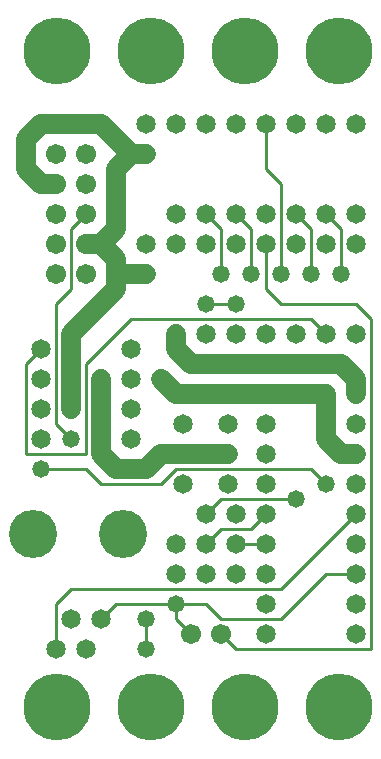
<source format=gbl>
%MOIN*%
%FSLAX25Y25*%
G04 D10 used for Character Trace; *
G04     Circle (OD=.01000) (No hole)*
G04 D11 used for Power Trace; *
G04     Circle (OD=.06500) (No hole)*
G04 D12 used for Signal Trace; *
G04     Circle (OD=.01100) (No hole)*
G04 D13 used for Via; *
G04     Circle (OD=.05800) (Round. Hole ID=.02800)*
G04 D14 used for Component hole; *
G04     Circle (OD=.06500) (Round. Hole ID=.03500)*
G04 D15 used for Component hole; *
G04     Circle (OD=.06700) (Round. Hole ID=.04300)*
G04 D16 used for Component hole; *
G04     Circle (OD=.08100) (Round. Hole ID=.05100)*
G04 D17 used for Component hole; *
G04     Circle (OD=.08900) (Round. Hole ID=.05900)*
G04 D18 used for Component hole; *
G04     Circle (OD=.11300) (Round. Hole ID=.08300)*
G04 D19 used for Component hole; *
G04     Circle (OD=.16000) (Round. Hole ID=.13000)*
G04 D20 used for Component hole; *
G04     Circle (OD=.18300) (Round. Hole ID=.15300)*
G04 D21 used for Component hole; *
G04     Circle (OD=.22291) (Round. Hole ID=.19291)*
%ADD10C,.01000*%
%ADD11C,.06500*%
%ADD12C,.01100*%
%ADD13C,.05800*%
%ADD14C,.06500*%
%ADD15C,.06700*%
%ADD16C,.08100*%
%ADD17C,.08900*%
%ADD18C,.11300*%
%ADD19C,.16000*%
%ADD20C,.18300*%
%ADD21C,.22291*%
%IPPOS*%
%LPD*%
G90*X0Y0D02*D21*X15625Y15625D03*D14*              
X25000Y35000D03*X15000D03*D12*Y50000D01*          
X20000Y55000D01*X90000D01*X115000Y80000D01*D14*   
D03*D13*X105000Y90000D03*D12*X100000Y95000D01*    
X55000D01*X50000Y90000D01*X30000D01*              
X25000Y95000D01*X10000D01*D13*D03*D12*            
X5000Y100000D02*X25000D01*Y130000D01*             
X40000Y145000D01*X100000D01*X105000Y140000D01*D14*
D03*D12*X120000Y145000D02*X115000Y150000D01*      
X120000Y35000D02*Y145000D01*X75000Y35000D02*      
X120000D01*X75000D02*X70000Y40000D01*D15*D03*D12* 
Y45000D02*X90000D01*X105000Y60000D01*X115000D01*  
D14*D03*Y70000D03*Y50000D03*Y40000D03*D13*        
X95000Y85000D03*D12*X70000D01*X65000Y80000D01*D14*
D03*D12*Y70000D02*X70000Y75000D01*D14*            
X65000Y70000D03*D12*X70000Y75000D02*X80000D01*    
X85000Y80000D01*D14*D03*X72500Y90000D03*          
X75000Y70000D03*D12*X85000D01*D14*D03*            
X75000Y80000D03*Y60000D03*X85000D03*D12*          
X70000Y45000D02*X65000Y50000D01*X55000D01*D13*D03*
D12*Y45000D01*X60000Y40000D01*D15*D03*D12*        
X35000Y50000D02*X55000D01*X30000Y45000D02*        
X35000Y50000D01*D14*X30000Y45000D03*X20000D03*D13*
X45000Y35000D03*D12*Y45000D01*D13*D03*D14*        
X55000Y60000D03*X65000D03*X55000Y70000D03*D21*    
X46875Y15625D03*D19*X37500Y73500D03*D21*          
X78125Y15625D03*D19*X7500Y73500D03*D14*           
X85000Y40000D03*Y50000D03*Y90000D03*X57500D03*D11*
X35000Y95000D02*X45000D01*X35000D02*              
X30000Y100000D01*Y125000D01*D13*D03*D14*          
X40000Y115000D03*Y135000D03*D13*X20000Y115000D03* 
D11*Y140000D01*X35000Y155000D01*Y160000D01*       
X45000D01*D14*D03*X55000Y170000D03*D11*           
X35000Y160000D02*Y165000D01*X30000Y170000D01*     
X25000D01*D15*D03*D12*X20000Y155000D02*Y175000D01*
X15000Y150000D02*X20000Y155000D01*                
X15000Y110000D02*Y150000D01*X20000Y105000D02*     
X15000Y110000D01*D13*X20000Y105000D03*D14*        
X10000Y115000D03*Y105000D03*D12*X5000Y100000D02*  
Y130000D01*X10000Y135000D01*D14*D03*Y125000D03*   
D15*X25000Y160000D03*X15000D03*D14*               
X40000Y105000D03*Y125000D03*X45000Y170000D03*D11* 
X30000D02*X35000Y175000D01*Y195000D01*            
X40000Y200000D01*X45000D01*D14*D03*D11*X40000D02* 
X30000Y210000D01*X10000D01*X5000Y205000D01*       
Y195000D01*X10000Y190000D01*X15000D01*D15*D03*    
X25000Y180000D03*D12*X20000Y175000D01*D15*        
X15000Y180000D03*Y170000D03*X25000Y190000D03*     
Y200000D03*X15000D03*D14*X55000Y140000D03*D11*    
Y135000D01*X60000Y130000D01*X75000D01*D14*D03*D11*
X110000D01*X115000Y125000D01*Y120000D01*D14*D03*  
X105000D03*D11*Y105000D01*X110000Y100000D01*      
X115000D01*D14*D03*Y110000D03*Y90000D03*D11*      
X75000Y120000D02*X105000D01*D14*X75000D03*D11*    
X55000D01*X50000Y125000D01*D13*D03*D14*           
X65000Y140000D03*X57500Y110000D03*                
X72500Y100000D03*D11*X57500D01*D14*D03*D11*       
X50000D01*X45000Y95000D01*D14*X72500Y110000D03*   
X85000Y100000D03*Y110000D03*Y140000D03*X75000D03* 
X95000D03*D12*X90000Y150000D02*X115000D01*D14*    
Y140000D03*D13*X110000Y160000D03*D12*Y175000D01*  
X105000Y180000D01*D14*D03*D12*X100000Y160000D02*  
Y175000D01*D13*Y160000D03*D12*X90000Y150000D02*   
X85000Y155000D01*Y170000D01*D14*D03*D12*          
X80000Y160000D02*Y175000D01*D13*Y160000D03*       
X75000Y150000D03*D12*X65000D01*D13*D03*           
X70000Y160000D03*D12*Y175000D01*X65000Y180000D01* 
D14*D03*X75000Y170000D03*Y180000D03*D12*          
X80000Y175000D01*D14*X85000Y180000D03*D12*        
X90000Y160000D02*Y190000D01*D13*Y160000D03*D14*   
X95000Y170000D03*D12*X100000Y175000D02*           
X95000Y180000D01*D14*D03*X105000Y170000D03*D12*   
X90000Y190000D02*X85000Y195000D01*Y210000D01*D14* 
D03*X95000D03*X75000D03*X105000D03*X65000D03*D21* 
X109375Y234375D03*X78125D03*D14*X115000Y180000D03*
X55000D03*X115000Y210000D03*X55000D03*D21*        
X46875Y234375D03*D14*X65000Y170000D03*            
X45000Y210000D03*X115000Y170000D03*D21*           
X15625Y234375D03*X109375Y15625D03*M02*            

</source>
